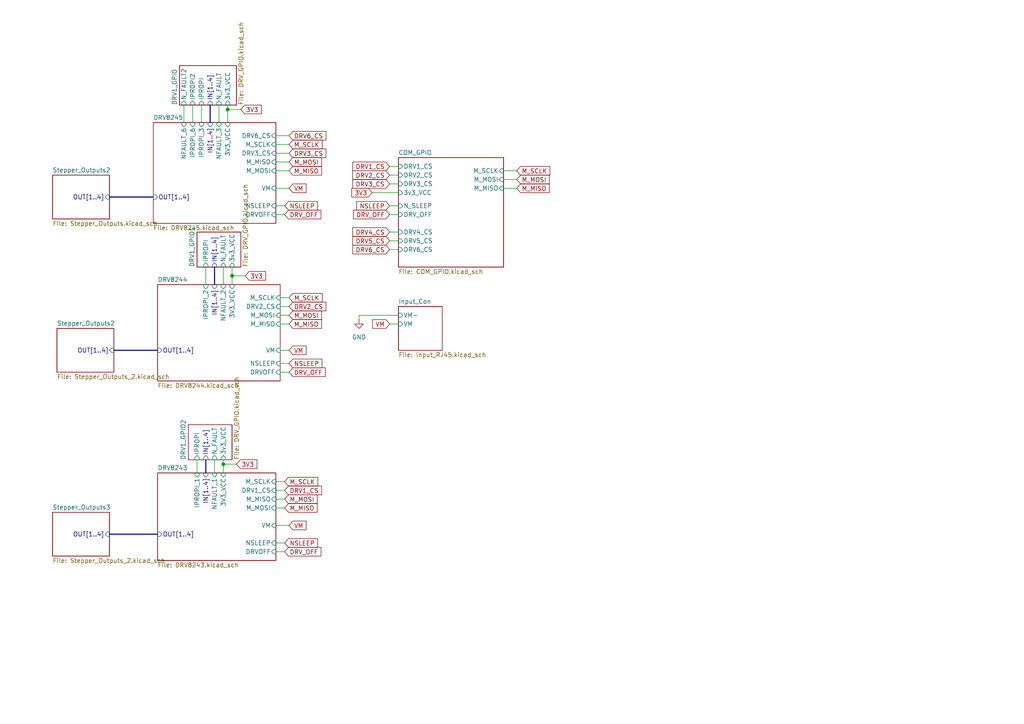
<source format=kicad_sch>
(kicad_sch (version 20231120) (generator "eeschema") (generator_version "8.0")
  (paper "A4")
  (lib_symbols
    (symbol "power:GND" (power) (pin_numbers hide) (pin_names (offset 0) hide)
      (property "Value" "GND" (at 0 -3.81 0))
      (symbol "GND_0_1"
        (polyline (pts (xy 0 0) (xy 0 -1.27) (xy 1.27 -1.27) (xy 0 -2.54) (xy -1.27 -1.27) (xy 0 -1.27)))
      )
      (symbol "GND_1_1"
        (pin power_in line (at 0 0 270) (length 0) (name "~") (number "1"))
      )
    )
  )
  (junction (at 64.77 134.62))
  (junction (at 67.31 80.01))
  (junction (at 66.04 31.75))
  (wire (pts (xy 67.31 80.01) (xy 67.31 82.55)))
  (wire (pts (xy 80.01 62.23) (xy 82.55 62.23)))
  (wire (pts (xy 67.31 80.01) (xy 71.12 80.01)))
  (wire (pts (xy 64.77 133.35) (xy 64.77 134.62)))
  (bus (pts (xy 60.96 30.48) (xy 60.96 35.56)))
  (wire (pts (xy 67.31 77.47) (xy 67.31 80.01)))
  (wire (pts (xy 66.04 31.75) (xy 66.04 35.56)))
  (wire (pts (xy 80.01 144.78) (xy 82.55 144.78)))
  (wire (pts (xy 81.28 93.98) (xy 83.82 93.98)))
  (wire (pts (xy 104.14 91.44) (xy 115.57 91.44)))
  (wire (pts (xy 81.28 91.44) (xy 83.82 91.44)))
  (wire (pts (xy 80.01 160.02) (xy 82.55 160.02)))
  (wire (pts (xy 80.01 147.32) (xy 82.55 147.32)))
  (wire (pts (xy 113.03 62.23) (xy 115.57 62.23)))
  (wire (pts (xy 104.14 92.71) (xy 104.14 91.44)))
  (wire (pts (xy 81.28 105.41) (xy 83.82 105.41)))
  (bus (pts (xy 62.23 77.47) (xy 62.23 82.55)))
  (wire (pts (xy 80.01 44.45) (xy 83.82 44.45)))
  (wire (pts (xy 58.42 30.48) (xy 58.42 35.56)))
  (wire (pts (xy 63.5 30.48) (xy 63.5 35.56)))
  (wire (pts (xy 80.01 39.37) (xy 83.82 39.37)))
  (wire (pts (xy 80.01 152.4) (xy 83.82 152.4)))
  (wire (pts (xy 113.03 59.69) (xy 115.57 59.69)))
  (wire (pts (xy 113.03 72.39) (xy 115.57 72.39)))
  (wire (pts (xy 113.03 69.85) (xy 115.57 69.85)))
  (wire (pts (xy 113.03 53.34) (xy 115.57 53.34)))
  (wire (pts (xy 80.01 46.99) (xy 83.82 46.99)))
  (wire (pts (xy 146.05 49.53) (xy 149.86 49.53)))
  (wire (pts (xy 59.69 77.47) (xy 59.69 82.55)))
  (wire (pts (xy 80.01 157.48) (xy 82.55 157.48)))
  (wire (pts (xy 62.23 133.35) (xy 62.23 137.16)))
  (wire (pts (xy 66.04 30.48) (xy 66.04 31.75)))
  (wire (pts (xy 81.28 107.95) (xy 83.82 107.95)))
  (wire (pts (xy 80.01 139.7) (xy 82.55 139.7)))
  (wire (pts (xy 64.77 134.62) (xy 68.58 134.62)))
  (bus (pts (xy 59.69 133.35) (xy 59.69 137.16)))
  (wire (pts (xy 66.04 31.75) (xy 69.85 31.75)))
  (wire (pts (xy 64.77 134.62) (xy 64.77 137.16)))
  (bus (pts (xy 33.02 101.6) (xy 45.72 101.6)))
  (wire (pts (xy 113.03 67.31) (xy 115.57 67.31)))
  (wire (pts (xy 81.28 88.9) (xy 83.82 88.9)))
  (wire (pts (xy 107.95 55.88) (xy 115.57 55.88)))
  (wire (pts (xy 80.01 41.91) (xy 83.82 41.91)))
  (wire (pts (xy 80.01 59.69) (xy 82.55 59.69)))
  (wire (pts (xy 81.28 86.36) (xy 83.82 86.36)))
  (wire (pts (xy 80.01 49.53) (xy 83.82 49.53)))
  (wire (pts (xy 55.88 30.48) (xy 55.88 35.56)))
  (wire (pts (xy 53.34 30.48) (xy 53.34 35.56)))
  (wire (pts (xy 146.05 52.07) (xy 149.86 52.07)))
  (wire (pts (xy 113.03 93.98) (xy 115.57 93.98)))
  (wire (pts (xy 80.01 54.61) (xy 83.82 54.61)))
  (wire (pts (xy 81.28 101.6) (xy 83.82 101.6)))
  (wire (pts (xy 64.77 77.47) (xy 64.77 82.55)))
  (bus (pts (xy 31.75 154.94) (xy 45.72 154.94)))
  (wire (pts (xy 113.03 50.8) (xy 115.57 50.8)))
  (wire (pts (xy 80.01 142.24) (xy 82.55 142.24)))
  (wire (pts (xy 57.15 133.35) (xy 57.15 137.16)))
  (bus (pts (xy 31.75 57.15) (xy 44.45 57.15)))
  (wire (pts (xy 113.03 48.26) (xy 115.57 48.26)))
  (wire (pts (xy 146.05 54.61) (xy 149.86 54.61)))
  (global_label "3V3" (shape input) (at 68.58 134.62 0) (property "Intersheetrefs" "${INTERSHEET_REFS}" (effects (hide yes))))
  (global_label "NSLEEP" (shape input) (at 82.55 157.48 0) (property "Intersheetrefs" "${INTERSHEET_REFS}" (effects (hide yes))))
  (global_label "M_MOSI" (shape input) (at 149.86 52.07 0) (property "Intersheetrefs" "${INTERSHEET_REFS}" (effects (hide yes))))
  (global_label "M_SCLK" (shape input) (at 83.82 86.36 0) (property "Intersheetrefs" "${INTERSHEET_REFS}" (effects (hide yes))))
  (global_label "NSLEEP" (shape input) (at 113.03 59.69 180) (property "Intersheetrefs" "${INTERSHEET_REFS}" (effects (hide yes))))
  (global_label "DRV6_CS" (shape input) (at 83.82 39.37 0) (property "Intersheetrefs" "${INTERSHEET_REFS}" (effects (hide yes))))
  (global_label "DRV5_CS" (shape input) (at 113.03 69.85 180) (property "Intersheetrefs" "${INTERSHEET_REFS}" (effects (hide yes))))
  (global_label "DRV2_CS" (shape input) (at 113.03 50.8 180) (property "Intersheetrefs" "${INTERSHEET_REFS}" (effects (hide yes))))
  (global_label "DRV3_CS" (shape input) (at 113.03 53.34 180) (property "Intersheetrefs" "${INTERSHEET_REFS}" (effects (hide yes))))
  (global_label "M_MOSI" (shape input) (at 83.82 91.44 0) (property "Intersheetrefs" "${INTERSHEET_REFS}" (effects (hide yes))))
  (global_label "NSLEEP" (shape input) (at 82.55 59.69 0) (property "Intersheetrefs" "${INTERSHEET_REFS}" (effects (hide yes))))
  (global_label "VM" (shape input) (at 83.82 152.4 0) (property "Intersheetrefs" "${INTERSHEET_REFS}" (effects (hide yes))))
  (global_label "M_SCLK" (shape input) (at 149.86 49.53 0) (property "Intersheetrefs" "${INTERSHEET_REFS}" (effects (hide yes))))
  (global_label "M_SCLK" (shape input) (at 82.55 139.7 0) (property "Intersheetrefs" "${INTERSHEET_REFS}" (effects (hide yes))))
  (global_label "DRV1_CS" (shape input) (at 82.55 142.24 0) (property "Intersheetrefs" "${INTERSHEET_REFS}" (effects (hide yes))))
  (global_label "DRV_OFF" (shape input) (at 82.55 160.02 0) (property "Intersheetrefs" "${INTERSHEET_REFS}" (effects (hide yes))))
  (global_label "M_MISO" (shape input) (at 149.86 54.61 0) (property "Intersheetrefs" "${INTERSHEET_REFS}" (effects (hide yes))))
  (global_label "DRV_OFF" (shape input) (at 113.03 62.23 180) (property "Intersheetrefs" "${INTERSHEET_REFS}" (effects (hide yes))))
  (global_label "DRV1_CS" (shape input) (at 113.03 48.26 180) (property "Intersheetrefs" "${INTERSHEET_REFS}" (effects (hide yes))))
  (global_label "M_MISO" (shape input) (at 82.55 147.32 0) (property "Intersheetrefs" "${INTERSHEET_REFS}" (effects (hide yes))))
  (global_label "M_MISO" (shape input) (at 83.82 49.53 0) (property "Intersheetrefs" "${INTERSHEET_REFS}" (effects (hide yes))))
  (global_label "DRV2_CS" (shape input) (at 83.82 88.9 0) (property "Intersheetrefs" "${INTERSHEET_REFS}" (effects (hide yes))))
  (global_label "DRV6_CS" (shape input) (at 113.03 72.39 180) (property "Intersheetrefs" "${INTERSHEET_REFS}" (effects (hide yes))))
  (global_label "DRV_OFF" (shape input) (at 82.55 62.23 0) (property "Intersheetrefs" "${INTERSHEET_REFS}" (effects (hide yes))))
  (global_label "DRV4_CS" (shape input) (at 113.03 67.31 180) (property "Intersheetrefs" "${INTERSHEET_REFS}" (effects (hide yes))))
  (global_label "M_MISO" (shape input) (at 83.82 93.98 0) (property "Intersheetrefs" "${INTERSHEET_REFS}" (effects (hide yes))))
  (global_label "M_SCLK" (shape input) (at 83.82 41.91 0) (property "Intersheetrefs" "${INTERSHEET_REFS}" (effects (hide yes))))
  (global_label "VM" (shape input) (at 113.03 93.98 180) (property "Intersheetrefs" "${INTERSHEET_REFS}" (effects (hide yes))))
  (global_label "3V3" (shape input) (at 71.12 80.01 0) (property "Intersheetrefs" "${INTERSHEET_REFS}" (effects (hide yes))))
  (global_label "M_MOSI" (shape input) (at 83.82 46.99 0) (property "Intersheetrefs" "${INTERSHEET_REFS}" (effects (hide yes))))
  (global_label "NSLEEP" (shape input) (at 83.82 105.41 0) (property "Intersheetrefs" "${INTERSHEET_REFS}" (effects (hide yes))))
  (global_label "VM" (shape input) (at 83.82 54.61 0) (property "Intersheetrefs" "${INTERSHEET_REFS}" (effects (hide yes))))
  (global_label "M_MOSI" (shape input) (at 82.55 144.78 0) (property "Intersheetrefs" "${INTERSHEET_REFS}" (effects (hide yes))))
  (global_label "DRV_OFF" (shape input) (at 83.82 107.95 0) (property "Intersheetrefs" "${INTERSHEET_REFS}" (effects (hide yes))))
  (global_label "3V3" (shape input) (at 107.95 55.88 180) (property "Intersheetrefs" "${INTERSHEET_REFS}" (effects (hide yes))))
  (global_label "DRV3_CS" (shape input) (at 83.82 44.45 0) (property "Intersheetrefs" "${INTERSHEET_REFS}" (effects (hide yes))))
  (global_label "VM" (shape input) (at 83.82 101.6 0) (property "Intersheetrefs" "${INTERSHEET_REFS}" (effects (hide yes))))
  (global_label "3V3" (shape input) (at 69.85 31.75 0) (property "Intersheetrefs" "${INTERSHEET_REFS}" (effects (hide yes))))
  (symbol (lib_id "power:GND") (at 104.14 92.71 0) (unit 1)
    (property "Reference" "#PWR029" (effects (hide yes)))
    (property "Value" "GND" (at 104.14 97.79 0))
    (property "Description" "Power symbol creates a global label with name \"GND\" , ground" (effects (hide yes)))
  )
  (sheet (at 54.61 123.19) (size 12.7 10.16) (stroke (width 0.1524))
    (property "Sheetname" "DRV1_GPIO2" (at 53.8984 133.35 90) (effects (justify left bottom)))
    (property "Sheetfile" "DRV_GPIO.kicad_sch" (at 67.8946 133.35 90) (effects (justify left top)))
    (pin "N_FAULT" input (at 62.23 133.35 270))
    (pin "IPROPI" input (at 57.15 133.35 270))
    (pin "IN[1..4]" input (at 59.69 133.35 270))
    (pin "3v3_VCC" input (at 64.77 133.35 270))
  )
  (sheet (at 16.51 95.25) (size 16.51 12.7) (stroke (width 0.1524))
    (property "Sheetname" "Stepper_Outputs2" (at 16.51 94.5384 0) (effects (justify left bottom)))
    (property "Sheetfile" "Stepper_Outputs_2.kicad_sch" (at 16.51 108.5346 0) (effects (justify left top)))
    (pin "OUT[1..4]" input (at 33.02 101.6 0))
  )
  (sheet (at 15.24 148.59) (size 16.51 12.7) (stroke (width 0.1524))
    (property "Sheetname" "Stepper_Outputs3" (at 15.24 147.8784 0) (effects (justify left bottom)))
    (property "Sheetfile" "Stepper_Outputs_2.kicad_sch" (at 15.24 161.8746 0) (effects (justify left top)))
    (pin "OUT[1..4]" input (at 31.75 154.94 0))
  )
  (sheet (at 15.24 50.8) (size 16.51 12.7) (stroke (width 0.1524))
    (property "Sheetname" "Stepper_Outputs2" (at 15.24 50.0884 0) (effects (justify left bottom)))
    (property "Sheetfile" "Stepper_Outputs.kicad_sch" (at 15.24 64.0846 0) (effects (justify left top)))
    (pin "OUT[1..4]" input (at 31.75 57.15 0))
  )
  (sheet (at 52.07 19.05) (size 16.51 11.43) (stroke (width 0.1524))
    (property "Sheetname" "DRV1_GPIO" (at 51.3584 30.48 90) (effects (justify left bottom)))
    (property "Sheetfile" "DRV_GPIO.kicad_sch" (at 69.1646 30.48 90) (effects (justify left top)))
    (pin "N_FAULT" input (at 63.5 30.48 270))
    (pin "IPROPI" input (at 58.42 30.48 270))
    (pin "IN[1..4]" input (at 60.96 30.48 270))
    (pin "3v3_VCC" input (at 66.04 30.48 270))
    (pin "IPROPI2" input (at 55.88 30.48 270))
    (pin "N_FAULT2" input (at 53.34 30.48 270))
  )
  (sheet (at 45.72 137.16) (size 34.29 25.4) (stroke (width 0.1524))
    (property "Sheetname" "DRV8243" (at 45.72 136.4484 0) (effects (justify left bottom)))
    (property "Sheetfile" "DRV8243.kicad_sch" (at 45.72 163.1446 0) (effects (justify left top)))
    (pin "VM" input (at 80.01 152.4 0))
    (pin "DRVOFF" input (at 80.01 160.02 0))
    (pin "M_SCLK" input (at 80.01 139.7 0))
    (pin "DRV1_CS" input (at 80.01 142.24 0))
    (pin "OUT[1..4]" input (at 45.72 154.94 180))
    (pin "M_MISO" input (at 80.01 144.78 0))
    (pin "M_MOSI" input (at 80.01 147.32 0))
    (pin "IN[1..4]" input (at 59.69 137.16 90))
    (pin "NFAULT_1" input (at 62.23 137.16 90))
    (pin "3V3_VCC" input (at 64.77 137.16 90))
    (pin "NSLEEP" input (at 80.01 157.48 0))
    (pin "IPROPI_1" input (at 57.15 137.16 90))
  )
  (sheet (at 115.57 88.9) (size 12.7 12.7) (stroke (width 0.1524))
    (property "Sheetname" "Input_Con" (at 115.57 88.1884 0) (effects (justify left bottom)))
    (property "Sheetfile" "Input_RJ45.kicad_sch" (at 115.57 102.1846 0) (effects (justify left top)))
    (pin "VM" input (at 115.57 93.98 180))
    (pin "VM-" input (at 115.57 91.44 180))
  )
  (sheet (at 45.72 82.55) (size 35.56 27.94) (stroke (width 0.1524))
    (property "Sheetname" "DRV8244" (at 45.72 81.8384 0) (effects (justify left bottom)))
    (property "Sheetfile" "DRV8244.kicad_sch" (at 45.72 111.0746 0) (effects (justify left top)))
    (pin "VM" input (at 81.28 101.6 0))
    (pin "M_MISO" input (at 81.28 93.98 0))
    (pin "M_MOSI" input (at 81.28 91.44 0))
    (pin "3V3_VCC" input (at 67.31 82.55 90))
    (pin "NFAULT_2" input (at 64.77 82.55 90))
    (pin "IPROPI_2" input (at 59.69 82.55 90))
    (pin "NSLEEP" input (at 81.28 105.41 0))
    (pin "IN[1..4]" input (at 62.23 82.55 90))
    (pin "M_SCLK" input (at 81.28 86.36 0))
    (pin "DRV2_CS" input (at 81.28 88.9 0))
    (pin "DRVOFF" input (at 81.28 107.95 0))
    (pin "OUT[1..4]" input (at 45.72 101.6 180))
  )
  (sheet (at 57.15 67.31) (size 12.7 10.16) (stroke (width 0.1524))
    (property "Sheetname" "DRV1_GPIO1" (at 56.4384 77.47 90) (effects (justify left bottom)))
    (property "Sheetfile" "DRV_GPIO.kicad_sch" (at 70.4346 77.47 90) (effects (justify left top)))
    (pin "N_FAULT" input (at 64.77 77.47 270))
    (pin "IPROPI" input (at 59.69 77.47 270))
    (pin "IN[1..4]" input (at 62.23 77.47 270))
    (pin "3v3_VCC" input (at 67.31 77.47 270))
  )
  (sheet (at 44.45 35.56) (size 35.56 29.21) (stroke (width 0.1524))
    (property "Sheetname" "DRV8245" (at 44.45 34.8484 0) (effects (justify left bottom)))
    (property "Sheetfile" "DRV8245.kicad_sch" (at 44.45 65.3546 0) (effects (justify left top)))
    (pin "IN[1..4]" input (at 60.96 35.56 90))
    (pin "NSLEEP" input (at 80.01 59.69 0))
    (pin "IPROPI_3" input (at 58.42 35.56 90))
    (pin "DRVOFF" input (at 80.01 62.23 0))
    (pin "M_SCLK" input (at 80.01 41.91 0))
    (pin "DRV3_CS" input (at 80.01 44.45 0))
    (pin "VM" input (at 80.01 54.61 0))
    (pin "M_MISO" input (at 80.01 46.99 0))
    (pin "M_MOSI" input (at 80.01 49.53 0))
    (pin "3V3_VCC" input (at 66.04 35.56 90))
    (pin "NFAULT_3" input (at 63.5 35.56 90))
    (pin "OUT[1..4]" input (at 44.45 57.15 180))
    (pin "IPROPI_6" input (at 55.88 35.56 90))
    (pin "NFAULT_6" input (at 53.34 35.56 90))
    (pin "DRV6_CS" input (at 80.01 39.37 0))
  )
  (sheet (at 115.57 45.72) (size 30.48 31.75) (stroke (width 0.1524))
    (property "Sheetname" "COM_GPIO" (at 115.57 45.0084 0) (effects (justify left bottom)))
    (property "Sheetfile" "COM_GPIO.kicad_sch" (at 115.57 78.0546 0) (effects (justify left top)))
    (pin "3v3_VCC" input (at 115.57 55.88 180))
    (pin "DRV_OFF" input (at 115.57 62.23 180))
    (pin "N_SLEEP" input (at 115.57 59.69 180))
    (pin "M_SCLK" input (at 146.05 49.53 0))
    (pin "M_MOSI" input (at 146.05 52.07 0))
    (pin "M_MISO" input (at 146.05 54.61 0))
    (pin "DRV1_CS" input (at 115.57 48.26 180))
    (pin "DRV2_CS" input (at 115.57 50.8 180))
    (pin "DRV3_CS" input (at 115.57 53.34 180))
    (pin "DRV4_CS" input (at 115.57 67.31 180))
    (pin "DRV5_CS" input (at 115.57 69.85 180))
    (pin "DRV6_CS" input (at 115.57 72.39 180))
  )
)
</source>
